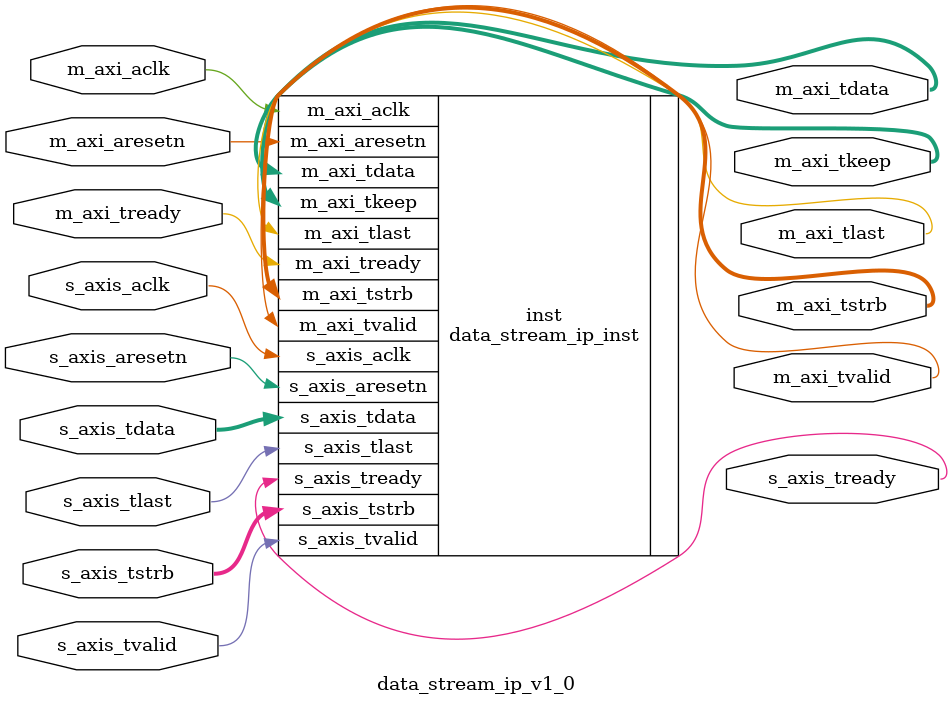
<source format=v>

`timescale 1 ns / 1 ps

	module data_stream_ip_v1_0(
	  s_axis_aclk,
      s_axis_aresetn,
      s_axis_tready,
      s_axis_tdata,
      s_axis_tstrb,
      s_axis_tlast,
      s_axis_tvalid,
      m_axi_aclk,
      m_axi_aresetn,
      m_axi_tvalid,
      m_axi_tdata,
      m_axi_tstrb,
      m_axi_tlast,
      m_axi_tready,
      m_axi_tkeep
    );
    
    (* X_INTERFACE_INFO = "xilinx.com:signal:clock:1.0 s_axis_aclk CLK" *)
    input wire s_axis_aclk;
    (* X_INTERFACE_INFO = "xilinx.com:signal:reset:1.0 s_axis_aresetn RST" *)
    input wire s_axis_aresetn;
    (* X_INTERFACE_INFO = "xilinx.com:interface:axis:1.0 s_axis TREADY" *)
    output wire s_axis_tready;
    (* X_INTERFACE_INFO = "xilinx.com:interface:axis:1.0 s_axis TDATA" *)
    input wire [31 : 0] s_axis_tdata;
    (* X_INTERFACE_INFO = "xilinx.com:interface:axis:1.0 s_axis TSTRB" *)
    input wire [3 : 0] s_axis_tstrb;
    (* X_INTERFACE_INFO = "xilinx.com:interface:axis:1.0 s_axis TLAST" *)
    input wire s_axis_tlast;
    (* X_INTERFACE_INFO = "xilinx.com:interface:axis:1.0 s_axis TVALID" *)
    input wire s_axis_tvalid;
    (* X_INTERFACE_INFO = "xilinx.com:signal:clock:1.0 m_axi_aclk CLK" *)
    input wire m_axi_aclk;
    (* X_INTERFACE_INFO = "xilinx.com:signal:reset:1.0 m_axi_aresetn RST" *)
    input wire m_axi_aresetn;
    (* X_INTERFACE_INFO = "xilinx.com:interface:axis:1.0 m_axi TVALID" *)
    output wire m_axi_tvalid;
    (* X_INTERFACE_INFO = "xilinx.com:interface:axis:1.0 m_axi TDATA" *)
    output wire [31 : 0] m_axi_tdata;
    (* X_INTERFACE_INFO = "xilinx.com:interface:axis:1.0 m_axi TSTRB" *)
    output wire [3 : 0] m_axi_tstrb;
    (* X_INTERFACE_INFO = "xilinx.com:interface:axis:1.0 m_axi TLAST" *)
    output wire m_axi_tlast;
    (* X_INTERFACE_INFO = "xilinx.com:interface:axis:1.0 m_axi TREADY" *)
    input wire m_axi_tready;
    (* X_INTERFACE_INFO = "xilinx.com:interface:axis:1.0 m_axi TKEEP" *)
    output wire [3 : 0] m_axi_tkeep;
    
      data_stream_ip_inst #(
        .C_S_AXIS_TDATA_WIDTH(32),
        .C_M_AXI_TDATA_WIDTH(32),
        .C_M_AXI_START_COUNT(32)
      ) inst (
        .s_axis_aclk(s_axis_aclk),
        .s_axis_aresetn(s_axis_aresetn),
        .s_axis_tready(s_axis_tready),
        .s_axis_tdata(s_axis_tdata),
        .s_axis_tstrb(s_axis_tstrb),
        .s_axis_tlast(s_axis_tlast),
        .s_axis_tvalid(s_axis_tvalid),
        .m_axi_aclk(m_axi_aclk),
        .m_axi_aresetn(m_axi_aresetn),
        .m_axi_tvalid(m_axi_tvalid),
        .m_axi_tdata(m_axi_tdata),
        .m_axi_tstrb(m_axi_tstrb),
        .m_axi_tlast(m_axi_tlast),
        .m_axi_tready(m_axi_tready),
        .m_axi_tkeep(m_axi_tkeep)
      );
    endmodule
</source>
